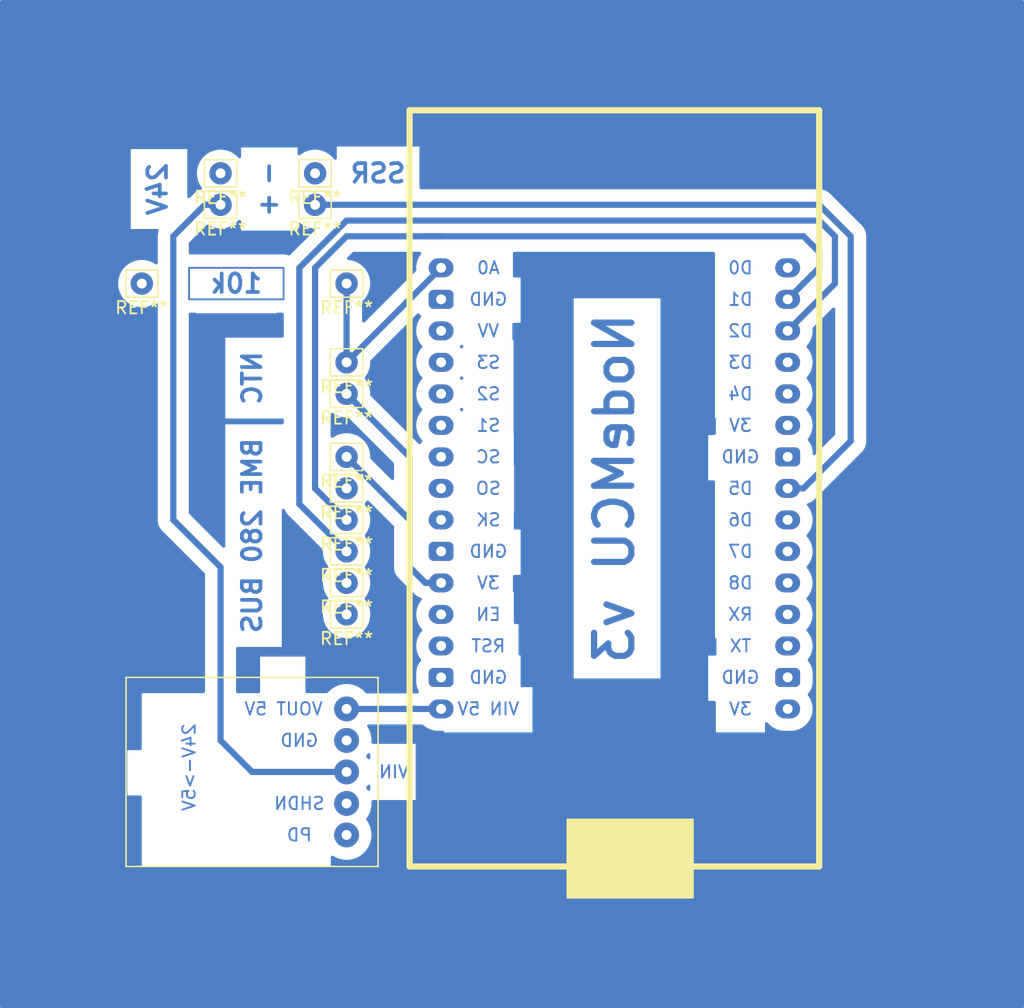
<source format=kicad_pcb>
(kicad_pcb (version 20171130) (host pcbnew "(5.1.10)-1")

  (general
    (thickness 1.6)
    (drawings 12)
    (tracks 36)
    (zones 0)
    (modules 16)
    (nets 1)
  )

  (page A4)
  (layers
    (0 F.Cu signal)
    (31 B.Cu signal)
    (32 B.Adhes user hide)
    (33 F.Adhes user hide)
    (34 B.Paste user hide)
    (35 F.Paste user hide)
    (36 B.SilkS user hide)
    (37 F.SilkS user hide)
    (38 B.Mask user hide)
    (39 F.Mask user hide)
    (40 Dwgs.User user hide)
    (41 Cmts.User user hide)
    (42 Eco1.User user hide)
    (43 Eco2.User user hide)
    (44 Edge.Cuts user hide)
    (45 Margin user hide)
    (46 B.CrtYd user hide)
    (47 F.CrtYd user hide)
    (48 B.Fab user hide)
    (49 F.Fab user hide)
  )

  (setup
    (last_trace_width 0.5)
    (user_trace_width 0.5)
    (trace_clearance 0.2)
    (zone_clearance 1)
    (zone_45_only no)
    (trace_min 0.2)
    (via_size 0.8)
    (via_drill 0.4)
    (via_min_size 0.4)
    (via_min_drill 0.3)
    (uvia_size 0.3)
    (uvia_drill 0.1)
    (uvias_allowed no)
    (uvia_min_size 0.2)
    (uvia_min_drill 0.1)
    (edge_width 0.05)
    (segment_width 0.2)
    (pcb_text_width 0.3)
    (pcb_text_size 1.5 1.5)
    (mod_edge_width 0.12)
    (mod_text_size 1 1)
    (mod_text_width 0.15)
    (pad_size 2 1.524)
    (pad_drill 0.8)
    (pad_to_mask_clearance 0)
    (aux_axis_origin 0 0)
    (visible_elements FFFFFF7F)
    (pcbplotparams
      (layerselection 0x00000_fffffffe)
      (usegerberextensions false)
      (usegerberattributes true)
      (usegerberadvancedattributes true)
      (creategerberjobfile true)
      (excludeedgelayer true)
      (linewidth 0.100000)
      (plotframeref false)
      (viasonmask false)
      (mode 1)
      (useauxorigin false)
      (hpglpennumber 1)
      (hpglpenspeed 20)
      (hpglpendiameter 15.000000)
      (psnegative false)
      (psa4output false)
      (plotreference true)
      (plotvalue true)
      (plotinvisibletext false)
      (padsonsilk false)
      (subtractmaskfromsilk false)
      (outputformat 5)
      (mirror false)
      (drillshape 0)
      (scaleselection 1)
      (outputdirectory "./erg"))
  )

  (net 0 "")

  (net_class Default "This is the default net class."
    (clearance 0.2)
    (trace_width 0.25)
    (via_dia 0.8)
    (via_drill 0.4)
    (uvia_dia 0.3)
    (uvia_drill 0.1)
  )

  (module Connector_Pin:Pin_D0.9mm_L10.0mm_W2.4mm_FlatFork (layer F.Cu) (tedit 617D96DB) (tstamp 617F29C2)
    (at 96.52 68.58)
    (descr "solder Pin_ with flat fork, hole diameter 0.9mm, length 10.0mm, width 2.4mm")
    (tags "solder Pin_ with flat fork")
    (fp_text reference REF** (at 0 1.95) (layer F.SilkS)
      (effects (font (size 1 1) (thickness 0.15)))
    )
    (fp_text value Pin_D0.9mm_L10.0mm_W2.4mm_FlatFork (at 0 -2.05) (layer F.Fab)
      (effects (font (size 1 1) (thickness 0.15)))
    )
    (fp_line (start 1.7 1.4) (end -1.7 1.4) (layer F.CrtYd) (width 0.05))
    (fp_line (start 1.7 1.4) (end 1.7 -1.4) (layer F.CrtYd) (width 0.05))
    (fp_line (start -1.7 -1.4) (end -1.7 1.4) (layer F.CrtYd) (width 0.05))
    (fp_line (start -1.7 -1.4) (end 1.7 -1.4) (layer F.CrtYd) (width 0.05))
    (fp_line (start 1.2 -0.25) (end -1.2 -0.25) (layer F.Fab) (width 0.12))
    (fp_line (start 1.2 0.25) (end 1.2 -0.25) (layer F.Fab) (width 0.12))
    (fp_line (start -1.2 0.25) (end 1.2 0.25) (layer F.Fab) (width 0.12))
    (fp_line (start -1.2 -0.25) (end -1.2 0.25) (layer F.Fab) (width 0.12))
    (fp_line (start 1.3 -1.1) (end -1.3 -1.1) (layer F.SilkS) (width 0.12))
    (fp_line (start 1.3 1.1) (end 1.3 -1.1) (layer F.SilkS) (width 0.12))
    (fp_line (start -1.3 1.1) (end 1.3 1.1) (layer F.SilkS) (width 0.12))
    (fp_line (start -1.3 0.6) (end -1.3 1.1) (layer F.SilkS) (width 0.12))
    (fp_line (start -1.3 -1.1) (end -1.3 0.6) (layer F.SilkS) (width 0.12))
    (fp_text user %R (at 0 1.95) (layer F.Fab)
      (effects (font (size 1 1) (thickness 0.15)))
    )
    (pad 1 thru_hole circle (at 0 0) (size 1.8 1.8) (drill 0.8) (layers *.Cu)
      (zone_connect 1) (thermal_width 1) (thermal_gap 1))
    (model ${KISYS3DMOD}/Connector_Pin.3dshapes/Pin_D0.9mm_L10.0mm_W2.4mm_FlatFork.wrl
      (at (xyz 0 0 0))
      (scale (xyz 1 1 1))
      (rotate (xyz 0 0 0))
    )
  )

  (module Connector_Pin:Pin_D0.9mm_L10.0mm_W2.4mm_FlatFork (layer F.Cu) (tedit 617D9848) (tstamp 617F299D)
    (at 96.52 66.04)
    (descr "solder Pin_ with flat fork, hole diameter 0.9mm, length 10.0mm, width 2.4mm")
    (tags "solder Pin_ with flat fork")
    (fp_text reference REF** (at 0 1.95) (layer F.SilkS)
      (effects (font (size 1 1) (thickness 0.15)))
    )
    (fp_text value Pin_D0.9mm_L10.0mm_W2.4mm_FlatFork (at 0 -2.05) (layer F.Fab)
      (effects (font (size 1 1) (thickness 0.15)))
    )
    (fp_text user %R (at 0 1.95) (layer F.Fab)
      (effects (font (size 1 1) (thickness 0.15)))
    )
    (fp_line (start -1.3 -1.1) (end -1.3 0.6) (layer F.SilkS) (width 0.12))
    (fp_line (start -1.3 0.6) (end -1.3 1.1) (layer F.SilkS) (width 0.12))
    (fp_line (start -1.3 1.1) (end 1.3 1.1) (layer F.SilkS) (width 0.12))
    (fp_line (start 1.3 1.1) (end 1.3 -1.1) (layer F.SilkS) (width 0.12))
    (fp_line (start 1.3 -1.1) (end -1.3 -1.1) (layer F.SilkS) (width 0.12))
    (fp_line (start -1.2 -0.25) (end -1.2 0.25) (layer F.Fab) (width 0.12))
    (fp_line (start -1.2 0.25) (end 1.2 0.25) (layer F.Fab) (width 0.12))
    (fp_line (start 1.2 0.25) (end 1.2 -0.25) (layer F.Fab) (width 0.12))
    (fp_line (start 1.2 -0.25) (end -1.2 -0.25) (layer F.Fab) (width 0.12))
    (fp_line (start -1.7 -1.4) (end 1.7 -1.4) (layer F.CrtYd) (width 0.05))
    (fp_line (start -1.7 -1.4) (end -1.7 1.4) (layer F.CrtYd) (width 0.05))
    (fp_line (start 1.7 1.4) (end 1.7 -1.4) (layer F.CrtYd) (width 0.05))
    (fp_line (start 1.7 1.4) (end -1.7 1.4) (layer F.CrtYd) (width 0.05))
    (pad 1 thru_hole circle (at 0 0) (size 1.8 1.8) (drill 0.8) (layers *.Cu)
      (zone_connect 1) (thermal_width 1) (thermal_gap 1))
    (model ${KISYS3DMOD}/Connector_Pin.3dshapes/Pin_D0.9mm_L10.0mm_W2.4mm_FlatFork.wrl
      (at (xyz 0 0 0))
      (scale (xyz 1 1 1))
      (rotate (xyz 0 0 0))
    )
  )

  (module Connector_Pin:Pin_D0.9mm_L10.0mm_W2.4mm_FlatFork (layer F.Cu) (tedit 617D96DB) (tstamp 617F2978)
    (at 104.14 68.58)
    (descr "solder Pin_ with flat fork, hole diameter 0.9mm, length 10.0mm, width 2.4mm")
    (tags "solder Pin_ with flat fork")
    (fp_text reference REF** (at 0 1.95) (layer F.SilkS)
      (effects (font (size 1 1) (thickness 0.15)))
    )
    (fp_text value Pin_D0.9mm_L10.0mm_W2.4mm_FlatFork (at 0 -2.05) (layer F.Fab)
      (effects (font (size 1 1) (thickness 0.15)))
    )
    (fp_text user %R (at 0 1.95) (layer F.Fab)
      (effects (font (size 1 1) (thickness 0.15)))
    )
    (fp_line (start -1.3 -1.1) (end -1.3 0.6) (layer F.SilkS) (width 0.12))
    (fp_line (start -1.3 0.6) (end -1.3 1.1) (layer F.SilkS) (width 0.12))
    (fp_line (start -1.3 1.1) (end 1.3 1.1) (layer F.SilkS) (width 0.12))
    (fp_line (start 1.3 1.1) (end 1.3 -1.1) (layer F.SilkS) (width 0.12))
    (fp_line (start 1.3 -1.1) (end -1.3 -1.1) (layer F.SilkS) (width 0.12))
    (fp_line (start -1.2 -0.25) (end -1.2 0.25) (layer F.Fab) (width 0.12))
    (fp_line (start -1.2 0.25) (end 1.2 0.25) (layer F.Fab) (width 0.12))
    (fp_line (start 1.2 0.25) (end 1.2 -0.25) (layer F.Fab) (width 0.12))
    (fp_line (start 1.2 -0.25) (end -1.2 -0.25) (layer F.Fab) (width 0.12))
    (fp_line (start -1.7 -1.4) (end 1.7 -1.4) (layer F.CrtYd) (width 0.05))
    (fp_line (start -1.7 -1.4) (end -1.7 1.4) (layer F.CrtYd) (width 0.05))
    (fp_line (start 1.7 1.4) (end 1.7 -1.4) (layer F.CrtYd) (width 0.05))
    (fp_line (start 1.7 1.4) (end -1.7 1.4) (layer F.CrtYd) (width 0.05))
    (pad 1 thru_hole circle (at 0 0) (size 1.8 1.8) (drill 0.8) (layers *.Cu)
      (zone_connect 1) (thermal_width 1) (thermal_gap 1))
    (model ${KISYS3DMOD}/Connector_Pin.3dshapes/Pin_D0.9mm_L10.0mm_W2.4mm_FlatFork.wrl
      (at (xyz 0 0 0))
      (scale (xyz 1 1 1))
      (rotate (xyz 0 0 0))
    )
  )

  (module Connector_Pin:Pin_D0.9mm_L10.0mm_W2.4mm_FlatFork (layer F.Cu) (tedit 617D96DB) (tstamp 617F2952)
    (at 104.14 66.04)
    (descr "solder Pin_ with flat fork, hole diameter 0.9mm, length 10.0mm, width 2.4mm")
    (tags "solder Pin_ with flat fork")
    (fp_text reference REF** (at 0 1.95) (layer F.SilkS)
      (effects (font (size 1 1) (thickness 0.15)))
    )
    (fp_text value Pin_D0.9mm_L10.0mm_W2.4mm_FlatFork (at 0 -2.05) (layer F.Fab)
      (effects (font (size 1 1) (thickness 0.15)))
    )
    (fp_line (start 1.7 1.4) (end -1.7 1.4) (layer F.CrtYd) (width 0.05))
    (fp_line (start 1.7 1.4) (end 1.7 -1.4) (layer F.CrtYd) (width 0.05))
    (fp_line (start -1.7 -1.4) (end -1.7 1.4) (layer F.CrtYd) (width 0.05))
    (fp_line (start -1.7 -1.4) (end 1.7 -1.4) (layer F.CrtYd) (width 0.05))
    (fp_line (start 1.2 -0.25) (end -1.2 -0.25) (layer F.Fab) (width 0.12))
    (fp_line (start 1.2 0.25) (end 1.2 -0.25) (layer F.Fab) (width 0.12))
    (fp_line (start -1.2 0.25) (end 1.2 0.25) (layer F.Fab) (width 0.12))
    (fp_line (start -1.2 -0.25) (end -1.2 0.25) (layer F.Fab) (width 0.12))
    (fp_line (start 1.3 -1.1) (end -1.3 -1.1) (layer F.SilkS) (width 0.12))
    (fp_line (start 1.3 1.1) (end 1.3 -1.1) (layer F.SilkS) (width 0.12))
    (fp_line (start -1.3 1.1) (end 1.3 1.1) (layer F.SilkS) (width 0.12))
    (fp_line (start -1.3 0.6) (end -1.3 1.1) (layer F.SilkS) (width 0.12))
    (fp_line (start -1.3 -1.1) (end -1.3 0.6) (layer F.SilkS) (width 0.12))
    (fp_text user %R (at 0 1.95) (layer F.Fab)
      (effects (font (size 1 1) (thickness 0.15)))
    )
    (pad 1 thru_hole circle (at 0 0) (size 1.8 1.8) (drill 0.8) (layers *.Cu)
      (zone_connect 1) (thermal_width 1) (thermal_gap 1))
    (model ${KISYS3DMOD}/Connector_Pin.3dshapes/Pin_D0.9mm_L10.0mm_W2.4mm_FlatFork.wrl
      (at (xyz 0 0 0))
      (scale (xyz 1 1 1))
      (rotate (xyz 0 0 0))
    )
  )

  (module Connector_Pin:Pin_D0.9mm_L10.0mm_W2.4mm_FlatFork (layer F.Cu) (tedit 617D96DB) (tstamp 617F292C)
    (at 106.68 101.6)
    (descr "solder Pin_ with flat fork, hole diameter 0.9mm, length 10.0mm, width 2.4mm")
    (tags "solder Pin_ with flat fork")
    (fp_text reference REF** (at 0 1.95) (layer F.SilkS)
      (effects (font (size 1 1) (thickness 0.15)))
    )
    (fp_text value Pin_D0.9mm_L10.0mm_W2.4mm_FlatFork (at 0 -2.05) (layer F.Fab)
      (effects (font (size 1 1) (thickness 0.15)))
    )
    (fp_line (start 1.7 1.4) (end -1.7 1.4) (layer F.CrtYd) (width 0.05))
    (fp_line (start 1.7 1.4) (end 1.7 -1.4) (layer F.CrtYd) (width 0.05))
    (fp_line (start -1.7 -1.4) (end -1.7 1.4) (layer F.CrtYd) (width 0.05))
    (fp_line (start -1.7 -1.4) (end 1.7 -1.4) (layer F.CrtYd) (width 0.05))
    (fp_line (start 1.2 -0.25) (end -1.2 -0.25) (layer F.Fab) (width 0.12))
    (fp_line (start 1.2 0.25) (end 1.2 -0.25) (layer F.Fab) (width 0.12))
    (fp_line (start -1.2 0.25) (end 1.2 0.25) (layer F.Fab) (width 0.12))
    (fp_line (start -1.2 -0.25) (end -1.2 0.25) (layer F.Fab) (width 0.12))
    (fp_line (start 1.3 -1.1) (end -1.3 -1.1) (layer F.SilkS) (width 0.12))
    (fp_line (start 1.3 1.1) (end 1.3 -1.1) (layer F.SilkS) (width 0.12))
    (fp_line (start -1.3 1.1) (end 1.3 1.1) (layer F.SilkS) (width 0.12))
    (fp_line (start -1.3 0.6) (end -1.3 1.1) (layer F.SilkS) (width 0.12))
    (fp_line (start -1.3 -1.1) (end -1.3 0.6) (layer F.SilkS) (width 0.12))
    (fp_text user %R (at 0 1.95) (layer F.Fab)
      (effects (font (size 1 1) (thickness 0.15)))
    )
    (pad 1 thru_hole circle (at 0 0) (size 1.8 1.8) (drill 0.8) (layers *.Cu)
      (zone_connect 1) (thermal_width 1) (thermal_gap 1))
    (model ${KISYS3DMOD}/Connector_Pin.3dshapes/Pin_D0.9mm_L10.0mm_W2.4mm_FlatFork.wrl
      (at (xyz 0 0 0))
      (scale (xyz 1 1 1))
      (rotate (xyz 0 0 0))
    )
  )

  (module Connector_Pin:Pin_D0.9mm_L10.0mm_W2.4mm_FlatFork (layer F.Cu) (tedit 617D96DB) (tstamp 617F2908)
    (at 106.68 99.06)
    (descr "solder Pin_ with flat fork, hole diameter 0.9mm, length 10.0mm, width 2.4mm")
    (tags "solder Pin_ with flat fork")
    (fp_text reference REF** (at 0 1.95) (layer F.SilkS)
      (effects (font (size 1 1) (thickness 0.15)))
    )
    (fp_text value Pin_D0.9mm_L10.0mm_W2.4mm_FlatFork (at 0 -2.05) (layer F.Fab)
      (effects (font (size 1 1) (thickness 0.15)))
    )
    (fp_text user %R (at 0 1.95) (layer F.Fab)
      (effects (font (size 1 1) (thickness 0.15)))
    )
    (fp_line (start -1.3 -1.1) (end -1.3 0.6) (layer F.SilkS) (width 0.12))
    (fp_line (start -1.3 0.6) (end -1.3 1.1) (layer F.SilkS) (width 0.12))
    (fp_line (start -1.3 1.1) (end 1.3 1.1) (layer F.SilkS) (width 0.12))
    (fp_line (start 1.3 1.1) (end 1.3 -1.1) (layer F.SilkS) (width 0.12))
    (fp_line (start 1.3 -1.1) (end -1.3 -1.1) (layer F.SilkS) (width 0.12))
    (fp_line (start -1.2 -0.25) (end -1.2 0.25) (layer F.Fab) (width 0.12))
    (fp_line (start -1.2 0.25) (end 1.2 0.25) (layer F.Fab) (width 0.12))
    (fp_line (start 1.2 0.25) (end 1.2 -0.25) (layer F.Fab) (width 0.12))
    (fp_line (start 1.2 -0.25) (end -1.2 -0.25) (layer F.Fab) (width 0.12))
    (fp_line (start -1.7 -1.4) (end 1.7 -1.4) (layer F.CrtYd) (width 0.05))
    (fp_line (start -1.7 -1.4) (end -1.7 1.4) (layer F.CrtYd) (width 0.05))
    (fp_line (start 1.7 1.4) (end 1.7 -1.4) (layer F.CrtYd) (width 0.05))
    (fp_line (start 1.7 1.4) (end -1.7 1.4) (layer F.CrtYd) (width 0.05))
    (pad 1 thru_hole circle (at 0 0) (size 1.8 1.8) (drill 0.8) (layers *.Cu)
      (zone_connect 1) (thermal_width 1) (thermal_gap 1))
    (model ${KISYS3DMOD}/Connector_Pin.3dshapes/Pin_D0.9mm_L10.0mm_W2.4mm_FlatFork.wrl
      (at (xyz 0 0 0))
      (scale (xyz 1 1 1))
      (rotate (xyz 0 0 0))
    )
  )

  (module Connector_Pin:Pin_D0.9mm_L10.0mm_W2.4mm_FlatFork (layer F.Cu) (tedit 617D96DB) (tstamp 617F28E4)
    (at 106.68 96.52)
    (descr "solder Pin_ with flat fork, hole diameter 0.9mm, length 10.0mm, width 2.4mm")
    (tags "solder Pin_ with flat fork")
    (fp_text reference REF** (at 0 1.95) (layer F.SilkS)
      (effects (font (size 1 1) (thickness 0.15)))
    )
    (fp_text value Pin_D0.9mm_L10.0mm_W2.4mm_FlatFork (at 0 -2.05) (layer F.Fab)
      (effects (font (size 1 1) (thickness 0.15)))
    )
    (fp_line (start 1.7 1.4) (end -1.7 1.4) (layer F.CrtYd) (width 0.05))
    (fp_line (start 1.7 1.4) (end 1.7 -1.4) (layer F.CrtYd) (width 0.05))
    (fp_line (start -1.7 -1.4) (end -1.7 1.4) (layer F.CrtYd) (width 0.05))
    (fp_line (start -1.7 -1.4) (end 1.7 -1.4) (layer F.CrtYd) (width 0.05))
    (fp_line (start 1.2 -0.25) (end -1.2 -0.25) (layer F.Fab) (width 0.12))
    (fp_line (start 1.2 0.25) (end 1.2 -0.25) (layer F.Fab) (width 0.12))
    (fp_line (start -1.2 0.25) (end 1.2 0.25) (layer F.Fab) (width 0.12))
    (fp_line (start -1.2 -0.25) (end -1.2 0.25) (layer F.Fab) (width 0.12))
    (fp_line (start 1.3 -1.1) (end -1.3 -1.1) (layer F.SilkS) (width 0.12))
    (fp_line (start 1.3 1.1) (end 1.3 -1.1) (layer F.SilkS) (width 0.12))
    (fp_line (start -1.3 1.1) (end 1.3 1.1) (layer F.SilkS) (width 0.12))
    (fp_line (start -1.3 0.6) (end -1.3 1.1) (layer F.SilkS) (width 0.12))
    (fp_line (start -1.3 -1.1) (end -1.3 0.6) (layer F.SilkS) (width 0.12))
    (fp_text user %R (at 0 1.95) (layer F.Fab)
      (effects (font (size 1 1) (thickness 0.15)))
    )
    (pad 1 thru_hole circle (at 0 0) (size 1.8 1.8) (drill 0.8) (layers *.Cu)
      (zone_connect 1) (thermal_width 1) (thermal_gap 1))
    (model ${KISYS3DMOD}/Connector_Pin.3dshapes/Pin_D0.9mm_L10.0mm_W2.4mm_FlatFork.wrl
      (at (xyz 0 0 0))
      (scale (xyz 1 1 1))
      (rotate (xyz 0 0 0))
    )
  )

  (module Connector_Pin:Pin_D0.9mm_L10.0mm_W2.4mm_FlatFork (layer F.Cu) (tedit 617D96DB) (tstamp 617F28C0)
    (at 106.68 93.98)
    (descr "solder Pin_ with flat fork, hole diameter 0.9mm, length 10.0mm, width 2.4mm")
    (tags "solder Pin_ with flat fork")
    (fp_text reference REF** (at 0 1.95) (layer F.SilkS)
      (effects (font (size 1 1) (thickness 0.15)))
    )
    (fp_text value Pin_D0.9mm_L10.0mm_W2.4mm_FlatFork (at 0 -2.05) (layer F.Fab)
      (effects (font (size 1 1) (thickness 0.15)))
    )
    (fp_text user %R (at 0 1.95) (layer F.Fab)
      (effects (font (size 1 1) (thickness 0.15)))
    )
    (fp_line (start -1.3 -1.1) (end -1.3 0.6) (layer F.SilkS) (width 0.12))
    (fp_line (start -1.3 0.6) (end -1.3 1.1) (layer F.SilkS) (width 0.12))
    (fp_line (start -1.3 1.1) (end 1.3 1.1) (layer F.SilkS) (width 0.12))
    (fp_line (start 1.3 1.1) (end 1.3 -1.1) (layer F.SilkS) (width 0.12))
    (fp_line (start 1.3 -1.1) (end -1.3 -1.1) (layer F.SilkS) (width 0.12))
    (fp_line (start -1.2 -0.25) (end -1.2 0.25) (layer F.Fab) (width 0.12))
    (fp_line (start -1.2 0.25) (end 1.2 0.25) (layer F.Fab) (width 0.12))
    (fp_line (start 1.2 0.25) (end 1.2 -0.25) (layer F.Fab) (width 0.12))
    (fp_line (start 1.2 -0.25) (end -1.2 -0.25) (layer F.Fab) (width 0.12))
    (fp_line (start -1.7 -1.4) (end 1.7 -1.4) (layer F.CrtYd) (width 0.05))
    (fp_line (start -1.7 -1.4) (end -1.7 1.4) (layer F.CrtYd) (width 0.05))
    (fp_line (start 1.7 1.4) (end 1.7 -1.4) (layer F.CrtYd) (width 0.05))
    (fp_line (start 1.7 1.4) (end -1.7 1.4) (layer F.CrtYd) (width 0.05))
    (pad 1 thru_hole circle (at 0 0) (size 1.8 1.8) (drill 0.8) (layers *.Cu)
      (zone_connect 1) (thermal_width 1) (thermal_gap 1))
    (model ${KISYS3DMOD}/Connector_Pin.3dshapes/Pin_D0.9mm_L10.0mm_W2.4mm_FlatFork.wrl
      (at (xyz 0 0 0))
      (scale (xyz 1 1 1))
      (rotate (xyz 0 0 0))
    )
  )

  (module Connector_Pin:Pin_D0.9mm_L10.0mm_W2.4mm_FlatFork (layer F.Cu) (tedit 617D96DB) (tstamp 617F289C)
    (at 106.68 91.44)
    (descr "solder Pin_ with flat fork, hole diameter 0.9mm, length 10.0mm, width 2.4mm")
    (tags "solder Pin_ with flat fork")
    (fp_text reference REF** (at 0 1.95) (layer F.SilkS)
      (effects (font (size 1 1) (thickness 0.15)))
    )
    (fp_text value Pin_D0.9mm_L10.0mm_W2.4mm_FlatFork (at 0 -2.05) (layer F.Fab)
      (effects (font (size 1 1) (thickness 0.15)))
    )
    (fp_line (start 1.7 1.4) (end -1.7 1.4) (layer F.CrtYd) (width 0.05))
    (fp_line (start 1.7 1.4) (end 1.7 -1.4) (layer F.CrtYd) (width 0.05))
    (fp_line (start -1.7 -1.4) (end -1.7 1.4) (layer F.CrtYd) (width 0.05))
    (fp_line (start -1.7 -1.4) (end 1.7 -1.4) (layer F.CrtYd) (width 0.05))
    (fp_line (start 1.2 -0.25) (end -1.2 -0.25) (layer F.Fab) (width 0.12))
    (fp_line (start 1.2 0.25) (end 1.2 -0.25) (layer F.Fab) (width 0.12))
    (fp_line (start -1.2 0.25) (end 1.2 0.25) (layer F.Fab) (width 0.12))
    (fp_line (start -1.2 -0.25) (end -1.2 0.25) (layer F.Fab) (width 0.12))
    (fp_line (start 1.3 -1.1) (end -1.3 -1.1) (layer F.SilkS) (width 0.12))
    (fp_line (start 1.3 1.1) (end 1.3 -1.1) (layer F.SilkS) (width 0.12))
    (fp_line (start -1.3 1.1) (end 1.3 1.1) (layer F.SilkS) (width 0.12))
    (fp_line (start -1.3 0.6) (end -1.3 1.1) (layer F.SilkS) (width 0.12))
    (fp_line (start -1.3 -1.1) (end -1.3 0.6) (layer F.SilkS) (width 0.12))
    (fp_text user %R (at 0 1.95) (layer F.Fab)
      (effects (font (size 1 1) (thickness 0.15)))
    )
    (pad 1 thru_hole circle (at 0 0) (size 1.8 1.8) (drill 0.8) (layers *.Cu)
      (zone_connect 1) (thermal_width 1) (thermal_gap 1))
    (model ${KISYS3DMOD}/Connector_Pin.3dshapes/Pin_D0.9mm_L10.0mm_W2.4mm_FlatFork.wrl
      (at (xyz 0 0 0))
      (scale (xyz 1 1 1))
      (rotate (xyz 0 0 0))
    )
  )

  (module Connector_Pin:Pin_D0.9mm_L10.0mm_W2.4mm_FlatFork (layer F.Cu) (tedit 617D96DB) (tstamp 617F2878)
    (at 106.68 88.9)
    (descr "solder Pin_ with flat fork, hole diameter 0.9mm, length 10.0mm, width 2.4mm")
    (tags "solder Pin_ with flat fork")
    (fp_text reference REF** (at 0 1.95) (layer F.SilkS)
      (effects (font (size 1 1) (thickness 0.15)))
    )
    (fp_text value Pin_D0.9mm_L10.0mm_W2.4mm_FlatFork (at 0 -2.05) (layer F.Fab)
      (effects (font (size 1 1) (thickness 0.15)))
    )
    (fp_text user %R (at 0 1.95) (layer F.Fab)
      (effects (font (size 1 1) (thickness 0.15)))
    )
    (fp_line (start -1.3 -1.1) (end -1.3 0.6) (layer F.SilkS) (width 0.12))
    (fp_line (start -1.3 0.6) (end -1.3 1.1) (layer F.SilkS) (width 0.12))
    (fp_line (start -1.3 1.1) (end 1.3 1.1) (layer F.SilkS) (width 0.12))
    (fp_line (start 1.3 1.1) (end 1.3 -1.1) (layer F.SilkS) (width 0.12))
    (fp_line (start 1.3 -1.1) (end -1.3 -1.1) (layer F.SilkS) (width 0.12))
    (fp_line (start -1.2 -0.25) (end -1.2 0.25) (layer F.Fab) (width 0.12))
    (fp_line (start -1.2 0.25) (end 1.2 0.25) (layer F.Fab) (width 0.12))
    (fp_line (start 1.2 0.25) (end 1.2 -0.25) (layer F.Fab) (width 0.12))
    (fp_line (start 1.2 -0.25) (end -1.2 -0.25) (layer F.Fab) (width 0.12))
    (fp_line (start -1.7 -1.4) (end 1.7 -1.4) (layer F.CrtYd) (width 0.05))
    (fp_line (start -1.7 -1.4) (end -1.7 1.4) (layer F.CrtYd) (width 0.05))
    (fp_line (start 1.7 1.4) (end 1.7 -1.4) (layer F.CrtYd) (width 0.05))
    (fp_line (start 1.7 1.4) (end -1.7 1.4) (layer F.CrtYd) (width 0.05))
    (pad 1 thru_hole circle (at 0 0) (size 1.8 1.8) (drill 0.8) (layers *.Cu)
      (zone_connect 1) (thermal_width 1) (thermal_gap 1))
    (model ${KISYS3DMOD}/Connector_Pin.3dshapes/Pin_D0.9mm_L10.0mm_W2.4mm_FlatFork.wrl
      (at (xyz 0 0 0))
      (scale (xyz 1 1 1))
      (rotate (xyz 0 0 0))
    )
  )

  (module Connector_Pin:Pin_D0.9mm_L10.0mm_W2.4mm_FlatFork (layer F.Cu) (tedit 617D96DB) (tstamp 617F284D)
    (at 106.68 83.82)
    (descr "solder Pin_ with flat fork, hole diameter 0.9mm, length 10.0mm, width 2.4mm")
    (tags "solder Pin_ with flat fork")
    (fp_text reference REF** (at 0 1.95) (layer F.SilkS)
      (effects (font (size 1 1) (thickness 0.15)))
    )
    (fp_text value Pin_D0.9mm_L10.0mm_W2.4mm_FlatFork (at 0 -2.05) (layer F.Fab)
      (effects (font (size 1 1) (thickness 0.15)))
    )
    (fp_line (start 1.7 1.4) (end -1.7 1.4) (layer F.CrtYd) (width 0.05))
    (fp_line (start 1.7 1.4) (end 1.7 -1.4) (layer F.CrtYd) (width 0.05))
    (fp_line (start -1.7 -1.4) (end -1.7 1.4) (layer F.CrtYd) (width 0.05))
    (fp_line (start -1.7 -1.4) (end 1.7 -1.4) (layer F.CrtYd) (width 0.05))
    (fp_line (start 1.2 -0.25) (end -1.2 -0.25) (layer F.Fab) (width 0.12))
    (fp_line (start 1.2 0.25) (end 1.2 -0.25) (layer F.Fab) (width 0.12))
    (fp_line (start -1.2 0.25) (end 1.2 0.25) (layer F.Fab) (width 0.12))
    (fp_line (start -1.2 -0.25) (end -1.2 0.25) (layer F.Fab) (width 0.12))
    (fp_line (start 1.3 -1.1) (end -1.3 -1.1) (layer F.SilkS) (width 0.12))
    (fp_line (start 1.3 1.1) (end 1.3 -1.1) (layer F.SilkS) (width 0.12))
    (fp_line (start -1.3 1.1) (end 1.3 1.1) (layer F.SilkS) (width 0.12))
    (fp_line (start -1.3 0.6) (end -1.3 1.1) (layer F.SilkS) (width 0.12))
    (fp_line (start -1.3 -1.1) (end -1.3 0.6) (layer F.SilkS) (width 0.12))
    (fp_text user %R (at 0 1.95) (layer F.Fab)
      (effects (font (size 1 1) (thickness 0.15)))
    )
    (pad 1 thru_hole circle (at 0 0) (size 1.8 1.8) (drill 0.8) (layers *.Cu)
      (zone_connect 1) (thermal_width 1) (thermal_gap 1))
    (model ${KISYS3DMOD}/Connector_Pin.3dshapes/Pin_D0.9mm_L10.0mm_W2.4mm_FlatFork.wrl
      (at (xyz 0 0 0))
      (scale (xyz 1 1 1))
      (rotate (xyz 0 0 0))
    )
  )

  (module Connector_Pin:Pin_D0.9mm_L10.0mm_W2.4mm_FlatFork (layer F.Cu) (tedit 617D96DB) (tstamp 617F2829)
    (at 106.68 81.28)
    (descr "solder Pin_ with flat fork, hole diameter 0.9mm, length 10.0mm, width 2.4mm")
    (tags "solder Pin_ with flat fork")
    (fp_text reference REF** (at 0 1.95) (layer F.SilkS)
      (effects (font (size 1 1) (thickness 0.15)))
    )
    (fp_text value Pin_D0.9mm_L10.0mm_W2.4mm_FlatFork (at 0 -2.05) (layer F.Fab)
      (effects (font (size 1 1) (thickness 0.15)))
    )
    (fp_text user %R (at 0 1.95) (layer F.Fab)
      (effects (font (size 1 1) (thickness 0.15)))
    )
    (fp_line (start -1.3 -1.1) (end -1.3 0.6) (layer F.SilkS) (width 0.12))
    (fp_line (start -1.3 0.6) (end -1.3 1.1) (layer F.SilkS) (width 0.12))
    (fp_line (start -1.3 1.1) (end 1.3 1.1) (layer F.SilkS) (width 0.12))
    (fp_line (start 1.3 1.1) (end 1.3 -1.1) (layer F.SilkS) (width 0.12))
    (fp_line (start 1.3 -1.1) (end -1.3 -1.1) (layer F.SilkS) (width 0.12))
    (fp_line (start -1.2 -0.25) (end -1.2 0.25) (layer F.Fab) (width 0.12))
    (fp_line (start -1.2 0.25) (end 1.2 0.25) (layer F.Fab) (width 0.12))
    (fp_line (start 1.2 0.25) (end 1.2 -0.25) (layer F.Fab) (width 0.12))
    (fp_line (start 1.2 -0.25) (end -1.2 -0.25) (layer F.Fab) (width 0.12))
    (fp_line (start -1.7 -1.4) (end 1.7 -1.4) (layer F.CrtYd) (width 0.05))
    (fp_line (start -1.7 -1.4) (end -1.7 1.4) (layer F.CrtYd) (width 0.05))
    (fp_line (start 1.7 1.4) (end 1.7 -1.4) (layer F.CrtYd) (width 0.05))
    (fp_line (start 1.7 1.4) (end -1.7 1.4) (layer F.CrtYd) (width 0.05))
    (pad 1 thru_hole circle (at 0 0) (size 1.8 1.8) (drill 0.8) (layers *.Cu)
      (zone_connect 1) (thermal_width 1) (thermal_gap 1))
    (model ${KISYS3DMOD}/Connector_Pin.3dshapes/Pin_D0.9mm_L10.0mm_W2.4mm_FlatFork.wrl
      (at (xyz 0 0 0))
      (scale (xyz 1 1 1))
      (rotate (xyz 0 0 0))
    )
  )

  (module Connector_Pin:Pin_D0.9mm_L10.0mm_W2.4mm_FlatFork (layer F.Cu) (tedit 617D96DB) (tstamp 617F2805)
    (at 106.68 74.93)
    (descr "solder Pin_ with flat fork, hole diameter 0.9mm, length 10.0mm, width 2.4mm")
    (tags "solder Pin_ with flat fork")
    (fp_text reference REF** (at 0 1.95) (layer F.SilkS)
      (effects (font (size 1 1) (thickness 0.15)))
    )
    (fp_text value Pin_D0.9mm_L10.0mm_W2.4mm_FlatFork (at 0 -2.05) (layer F.Fab)
      (effects (font (size 1 1) (thickness 0.15)))
    )
    (fp_line (start 1.7 1.4) (end -1.7 1.4) (layer F.CrtYd) (width 0.05))
    (fp_line (start 1.7 1.4) (end 1.7 -1.4) (layer F.CrtYd) (width 0.05))
    (fp_line (start -1.7 -1.4) (end -1.7 1.4) (layer F.CrtYd) (width 0.05))
    (fp_line (start -1.7 -1.4) (end 1.7 -1.4) (layer F.CrtYd) (width 0.05))
    (fp_line (start 1.2 -0.25) (end -1.2 -0.25) (layer F.Fab) (width 0.12))
    (fp_line (start 1.2 0.25) (end 1.2 -0.25) (layer F.Fab) (width 0.12))
    (fp_line (start -1.2 0.25) (end 1.2 0.25) (layer F.Fab) (width 0.12))
    (fp_line (start -1.2 -0.25) (end -1.2 0.25) (layer F.Fab) (width 0.12))
    (fp_line (start 1.3 -1.1) (end -1.3 -1.1) (layer F.SilkS) (width 0.12))
    (fp_line (start 1.3 1.1) (end 1.3 -1.1) (layer F.SilkS) (width 0.12))
    (fp_line (start -1.3 1.1) (end 1.3 1.1) (layer F.SilkS) (width 0.12))
    (fp_line (start -1.3 0.6) (end -1.3 1.1) (layer F.SilkS) (width 0.12))
    (fp_line (start -1.3 -1.1) (end -1.3 0.6) (layer F.SilkS) (width 0.12))
    (fp_text user %R (at 0 1.95) (layer F.Fab)
      (effects (font (size 1 1) (thickness 0.15)))
    )
    (pad 1 thru_hole circle (at 0 0) (size 1.8 1.8) (drill 0.8) (layers *.Cu)
      (zone_connect 1) (thermal_width 1) (thermal_gap 1))
    (model ${KISYS3DMOD}/Connector_Pin.3dshapes/Pin_D0.9mm_L10.0mm_W2.4mm_FlatFork.wrl
      (at (xyz 0 0 0))
      (scale (xyz 1 1 1))
      (rotate (xyz 0 0 0))
    )
  )

  (module Connector_Pin:Pin_D0.9mm_L10.0mm_W2.4mm_FlatFork (layer F.Cu) (tedit 617D96DB) (tstamp 617F27B2)
    (at 90.17 74.93)
    (descr "solder Pin_ with flat fork, hole diameter 0.9mm, length 10.0mm, width 2.4mm")
    (tags "solder Pin_ with flat fork")
    (fp_text reference REF** (at 0 1.95) (layer F.SilkS)
      (effects (font (size 1 1) (thickness 0.15)))
    )
    (fp_text value Pin_D0.9mm_L10.0mm_W2.4mm_FlatFork (at 0 -2.05) (layer F.Fab)
      (effects (font (size 1 1) (thickness 0.15)))
    )
    (fp_text user %R (at 0 1.95) (layer F.Fab)
      (effects (font (size 1 1) (thickness 0.15)))
    )
    (fp_line (start -1.3 -1.1) (end -1.3 0.6) (layer F.SilkS) (width 0.12))
    (fp_line (start -1.3 0.6) (end -1.3 1.1) (layer F.SilkS) (width 0.12))
    (fp_line (start -1.3 1.1) (end 1.3 1.1) (layer F.SilkS) (width 0.12))
    (fp_line (start 1.3 1.1) (end 1.3 -1.1) (layer F.SilkS) (width 0.12))
    (fp_line (start 1.3 -1.1) (end -1.3 -1.1) (layer F.SilkS) (width 0.12))
    (fp_line (start -1.2 -0.25) (end -1.2 0.25) (layer F.Fab) (width 0.12))
    (fp_line (start -1.2 0.25) (end 1.2 0.25) (layer F.Fab) (width 0.12))
    (fp_line (start 1.2 0.25) (end 1.2 -0.25) (layer F.Fab) (width 0.12))
    (fp_line (start 1.2 -0.25) (end -1.2 -0.25) (layer F.Fab) (width 0.12))
    (fp_line (start -1.7 -1.4) (end 1.7 -1.4) (layer F.CrtYd) (width 0.05))
    (fp_line (start -1.7 -1.4) (end -1.7 1.4) (layer F.CrtYd) (width 0.05))
    (fp_line (start 1.7 1.4) (end 1.7 -1.4) (layer F.CrtYd) (width 0.05))
    (fp_line (start 1.7 1.4) (end -1.7 1.4) (layer F.CrtYd) (width 0.05))
    (pad 1 thru_hole circle (at 0 0) (size 1.8 1.8) (drill 0.8) (layers *.Cu)
      (zone_connect 1) (thermal_width 1) (thermal_gap 1))
    (model ${KISYS3DMOD}/Connector_Pin.3dshapes/Pin_D0.9mm_L10.0mm_W2.4mm_FlatFork.wrl
      (at (xyz 0 0 0))
      (scale (xyz 1 1 1))
      (rotate (xyz 0 0 0))
    )
  )

  (module Converter_DCDC:yautay-5V-stepdown (layer F.Cu) (tedit 617D8BF4) (tstamp 617ED5CE)
    (at 111.76 106.68 90)
    (fp_text reference REF** (at 0 0.5 90) (layer F.SilkS) hide
      (effects (font (size 1 1) (thickness 0.15)))
    )
    (fp_text value yautay-5V-stepdown (at 0 -0.5 90) (layer F.Fab) hide
      (effects (font (size 1 1) (thickness 0.15)))
    )
    (fp_text user "24V->5V " (at -7.62 -17.78 90) (layer B.Cu)
      (effects (font (size 1 1) (thickness 0.15)) (justify mirror))
    )
    (fp_text user "VOUT 5V" (at -2.54 -10.16) (layer B.Cu)
      (effects (font (size 1 1) (thickness 0.15)) (justify mirror))
    )
    (fp_text user GND (at -5.08 -8.89) (layer B.Cu)
      (effects (font (size 1 1) (thickness 0.15)) (justify mirror))
    )
    (fp_text user VIN (at -7.62 -1.27) (layer B.Cu)
      (effects (font (size 1 1) (thickness 0.15)) (justify mirror))
    )
    (fp_text user SHDN (at -10.16 -8.89) (layer B.Cu)
      (effects (font (size 1 1) (thickness 0.15)) (justify mirror))
    )
    (fp_text user PD (at -12.7 -8.89) (layer B.Cu)
      (effects (font (size 1 1) (thickness 0.15)) (justify mirror))
    )
    (fp_line (start -15.24 -2.54) (end 0 -2.54) (layer F.SilkS) (width 0.12))
    (fp_line (start 0 -2.54) (end 0 -22.86) (layer F.SilkS) (width 0.12))
    (fp_line (start 0 -22.86) (end -15.24 -22.86) (layer F.SilkS) (width 0.12))
    (fp_line (start -15.24 -22.86) (end -15.24 -2.54) (layer F.SilkS) (width 0.12))
    (pad VOUT thru_hole circle (at -2.54 -5.08 90) (size 2 2) (drill 0.8) (layers *.Cu *.Mask))
    (pad G thru_hole circle (at -5.08 -5.08 90) (size 2 2) (drill 0.8) (layers *.Cu *.Mask))
    (pad VIN thru_hole circle (at -7.62 -5.08 90) (size 2 2) (drill 0.8) (layers *.Cu *.Mask))
    (pad SHDN thru_hole circle (at -10.16 -5.08 90) (size 2 2) (drill 0.8) (layers *.Cu *.Mask))
    (pad PG thru_hole circle (at -12.7 -5.08 90) (size 2 2) (drill 0.8) (layers *.Cu *.Mask))
  )

  (module Module:nodeMCUv3 (layer F.Cu) (tedit 617D9AFF) (tstamp 617ED0F5)
    (at 129.54 83.82)
    (fp_text reference REF** (at -2.54 -7.62) (layer F.SilkS) hide
      (effects (font (size 1 1) (thickness 0.15)))
    )
    (fp_text value nodeMCUv3 (at 0 -5.08) (layer F.Fab)
      (effects (font (size 1 1) (thickness 0.15)))
    )
    (fp_text user "NodeMCU v3" (at -1.27 7.62 90) (layer B.Cu)
      (effects (font (size 3 3) (thickness 0.5)) (justify mirror))
    )
    (fp_text user 3V (at 8.89 25.4) (layer B.Cu)
      (effects (font (size 1 1) (thickness 0.15)) (justify mirror))
    )
    (fp_text user GND (at 8.89 22.86) (layer B.Cu)
      (effects (font (size 1 1) (thickness 0.15)) (justify mirror))
    )
    (fp_text user TX (at 8.89 20.32) (layer B.Cu)
      (effects (font (size 1 1) (thickness 0.15)) (justify mirror))
    )
    (fp_text user RX (at 8.89 17.78) (layer B.Cu)
      (effects (font (size 1 1) (thickness 0.15)) (justify mirror))
    )
    (fp_text user D6 (at 8.89 10.16) (layer B.Cu)
      (effects (font (size 1 1) (thickness 0.15)) (justify mirror))
    )
    (fp_text user GND (at 8.89 5.08) (layer B.Cu)
      (effects (font (size 1 1) (thickness 0.15)) (justify mirror))
    )
    (fp_text user D7 (at 8.89 12.7) (layer B.Cu)
      (effects (font (size 1 1) (thickness 0.15)) (justify mirror))
    )
    (fp_text user D8 (at 8.89 15.24) (layer B.Cu)
      (effects (font (size 1 1) (thickness 0.15)) (justify mirror))
    )
    (fp_text user D5 (at 8.89 7.62) (layer B.Cu)
      (effects (font (size 1 1) (thickness 0.15)) (justify mirror))
    )
    (fp_text user D3 (at 8.89 -2.54) (layer B.Cu)
      (effects (font (size 1 1) (thickness 0.15)) (justify mirror))
    )
    (fp_text user 3V (at 8.89 2.54) (layer B.Cu)
      (effects (font (size 1 1) (thickness 0.15)) (justify mirror))
    )
    (fp_text user D4 (at 8.89 0) (layer B.Cu)
      (effects (font (size 1 1) (thickness 0.15)) (justify mirror))
    )
    (fp_text user D2 (at 8.89 -5.08) (layer B.Cu)
      (effects (font (size 1 1) (thickness 0.15)) (justify mirror))
    )
    (fp_text user D1 (at 8.89 -7.62) (layer B.Cu)
      (effects (font (size 1 1) (thickness 0.15)) (justify mirror))
    )
    (fp_text user D0 (at 8.89 -10.16) (layer B.Cu)
      (effects (font (size 1 1) (thickness 0.15)) (justify mirror))
    )
    (fp_text user "VIN 5V" (at -11.43 25.4) (layer B.Cu)
      (effects (font (size 1 1) (thickness 0.15)) (justify mirror))
    )
    (fp_text user RST (at -11.43 20.32) (layer B.Cu)
      (effects (font (size 1 1) (thickness 0.15)) (justify mirror))
    )
    (fp_text user GND (at -11.43 22.86) (layer B.Cu)
      (effects (font (size 1 1) (thickness 0.15)) (justify mirror))
    )
    (fp_text user GND (at -11.43 12.7) (layer B.Cu)
      (effects (font (size 1 1) (thickness 0.15)) (justify mirror))
    )
    (fp_text user EN (at -11.43 17.78) (layer B.Cu)
      (effects (font (size 1 1) (thickness 0.15)) (justify mirror))
    )
    (fp_text user 3V (at -11.43 15.24) (layer B.Cu)
      (effects (font (size 1 1) (thickness 0.15)) (justify mirror))
    )
    (fp_text user SK (at -11.43 10.16) (layer B.Cu)
      (effects (font (size 1 1) (thickness 0.15)) (justify mirror))
    )
    (fp_text user SO (at -11.43 7.62) (layer B.Cu)
      (effects (font (size 1 1) (thickness 0.15)) (justify mirror))
    )
    (fp_text user SC (at -11.43 5.08) (layer B.Cu)
      (effects (font (size 1 1) (thickness 0.15)) (justify mirror))
    )
    (fp_text user S1 (at -11.43 2.54) (layer B.Cu)
      (effects (font (size 1 1) (thickness 0.15)) (justify mirror))
    )
    (fp_text user S2 (at -11.43 0) (layer B.Cu)
      (effects (font (size 1 1) (thickness 0.15)) (justify mirror))
    )
    (fp_text user S3 (at -11.43 -2.54) (layer B.Cu)
      (effects (font (size 1 1) (thickness 0.15)) (justify mirror))
    )
    (fp_text user VV (at -11.43 -5.08) (layer B.Cu)
      (effects (font (size 1 1) (thickness 0.15)) (justify mirror))
    )
    (fp_text user GND (at -11.43 -7.62) (layer B.Cu)
      (effects (font (size 1 1) (thickness 0.15)) (justify mirror))
    )
    (fp_text user A0 (at -11.43 -10.16) (layer B.Cu)
      (effects (font (size 1 1) (thickness 0.15)) (justify mirror))
    )
    (fp_line (start -17.78 -22.86) (end 15.24 -22.86) (layer F.SilkS) (width 0.5))
    (fp_line (start -17.78 38.1) (end 15.24 38.1) (layer F.SilkS) (width 0.5))
    (fp_line (start -17.78 -22.86) (end -17.78 38.1) (layer F.SilkS) (width 0.5))
    (fp_line (start 15.24 38.1) (end 15.24 -22.86) (layer F.SilkS) (width 0.5))
    (fp_poly (pts (xy 5.08 40.64) (xy -5.08 40.64) (xy -5.08 34.29) (xy 5.08 34.29)) (layer F.SilkS) (width 0.1))
    (pad 3V thru_hole oval (at 12.7 25.4) (size 2 1.524) (drill 0.8) (layers *.Cu *.Mask))
    (pad G thru_hole roundrect (at 12.7 22.86) (size 2 1.524) (drill 0.8) (layers *.Cu *.Mask) (roundrect_rratio 0.25)
      (thermal_width 1) (thermal_gap 1))
    (pad TX thru_hole oval (at 12.7 20.32) (size 2 1.524) (drill 0.8) (layers *.Cu *.Mask))
    (pad RX thru_hole oval (at 12.7 17.78) (size 2 1.524) (drill 0.8) (layers *.Cu *.Mask))
    (pad D8 thru_hole oval (at 12.7 15.24) (size 2 1.524) (drill 0.8) (layers *.Cu *.Mask))
    (pad D7 thru_hole oval (at 12.7 12.7) (size 2 1.524) (drill 0.8) (layers *.Cu *.Mask))
    (pad D6 thru_hole oval (at 12.7 10.16) (size 2 1.524) (drill 0.8) (layers *.Cu *.Mask))
    (pad D5 thru_hole oval (at 12.7 7.62) (size 2 1.524) (drill 0.8) (layers *.Cu *.Mask))
    (pad G thru_hole roundrect (at 12.7 5.08) (size 2 1.524) (drill 0.8) (layers *.Cu *.Mask) (roundrect_rratio 0.25))
    (pad 3V thru_hole oval (at 12.7 2.54) (size 2 1.524) (drill 0.8) (layers *.Cu *.Mask))
    (pad D4 thru_hole oval (at 12.7 0) (size 2 1.524) (drill 0.8) (layers *.Cu *.Mask))
    (pad D3 thru_hole oval (at 12.7 -2.54) (size 2 1.524) (drill 0.8) (layers *.Cu *.Mask))
    (pad D2 thru_hole oval (at 12.7 -5.08) (size 2 1.524) (drill 0.8) (layers *.Cu *.Mask))
    (pad D1 thru_hole oval (at 12.7 -7.62) (size 2 1.524) (drill 0.8) (layers *.Cu *.Mask))
    (pad D0 thru_hole oval (at 12.7 -10.16) (size 2 1.524) (drill 0.8) (layers *.Cu *.Mask))
    (pad VIN thru_hole oval (at -15.24 25.4) (size 2 1.524) (drill 0.8) (layers *.Cu *.Mask))
    (pad G thru_hole roundrect (at -15.24 22.86) (size 2 1.524) (drill 0.8) (layers *.Cu *.Mask) (roundrect_rratio 0.25))
    (pad RST thru_hole oval (at -15.24 20.32) (size 2 1.524) (drill 0.8) (layers *.Cu *.Mask))
    (pad EN thru_hole oval (at -15.24 17.78) (size 2 1.524) (drill 0.8) (layers *.Cu *.Mask))
    (pad 3V thru_hole oval (at -15.24 15.24) (size 2 1.524) (drill 0.8) (layers *.Cu *.Mask))
    (pad G thru_hole roundrect (at -15.24 12.7) (size 2 1.524) (drill 0.8) (layers *.Cu *.Mask) (roundrect_rratio 0.25))
    (pad SK thru_hole oval (at -15.24 10.16) (size 2 1.524) (drill 0.8) (layers *.Cu *.Mask))
    (pad SO thru_hole oval (at -15.24 7.62) (size 2 1.524) (drill 0.8) (layers *.Cu *.Mask))
    (pad SC thru_hole oval (at -15.24 5.08) (size 2 1.524) (drill 0.8) (layers *.Cu *.Mask))
    (pad S1 thru_hole oval (at -15.24 2.54) (size 2 1.524) (drill 0.8) (layers *.Cu *.Mask))
    (pad S2 thru_hole oval (at -15.24 0) (size 2 1.524) (drill 0.8) (layers *.Cu *.Mask))
    (pad S3 thru_hole oval (at -15.24 -2.54) (size 2 1.524) (drill 0.8) (layers *.Cu *.Mask))
    (pad VV thru_hole oval (at -15.24 -5.08) (size 2 1.524) (drill 0.8) (layers *.Cu *.Mask))
    (pad G thru_hole roundrect (at -15.24 -7.62) (size 2 1.524) (drill 0.8) (layers *.Cu *.Mask) (roundrect_rratio 0.25))
    (pad A0 thru_hole oval (at -15.24 -10.16) (size 2 1.524) (drill 0.8) (layers *.Cu *.Mask))
  )

  (gr_text 24V (at 91.44 67.31 90) (layer B.Cu) (tstamp 617F2A26)
    (effects (font (size 1.5 1.5) (thickness 0.3)) (justify mirror))
  )
  (gr_line (start 93.98 76.2) (end 93.98 74.93) (layer B.Cu) (width 0.15) (tstamp 617EE652))
  (gr_line (start 101.6 76.2) (end 93.98 76.2) (layer B.Cu) (width 0.15))
  (gr_line (start 101.6 73.66) (end 101.6 76.2) (layer B.Cu) (width 0.15))
  (gr_line (start 93.98 73.66) (end 101.6 73.66) (layer B.Cu) (width 0.15))
  (gr_line (start 93.98 74.93) (end 93.98 73.66) (layer B.Cu) (width 0.15))
  (gr_text 10k (at 97.79 74.93) (layer B.Cu) (tstamp 617EE64A)
    (effects (font (size 1.5 1.5) (thickness 0.3)) (justify mirror))
  )
  (gr_text - (at 100.33 66.04 90) (layer B.Cu) (tstamp 617EE3DC)
    (effects (font (size 1.5 1.5) (thickness 0.3)) (justify mirror))
  )
  (gr_text + (at 100.33 68.58 90) (layer B.Cu) (tstamp 617EE3D8)
    (effects (font (size 1.5 1.5) (thickness 0.3)) (justify mirror))
  )
  (gr_text SSR (at 109.22 66.04) (layer B.Cu) (tstamp 617EE1FD)
    (effects (font (size 1.5 1.5) (thickness 0.3)) (justify mirror))
  )
  (gr_text "BME 280 BUS" (at 99.06 95.25 90) (layer B.Cu)
    (effects (font (size 1.5 1.5) (thickness 0.3)) (justify mirror))
  )
  (gr_text NTC (at 99.06 82.55 90) (layer B.Cu)
    (effects (font (size 1.5 1.5) (thickness 0.3)) (justify mirror))
  )

  (segment (start 106.68 109.22) (end 114.3 109.22) (width 0.5) (layer B.Cu) (net 0))
  (segment (start 114.3 99.06) (end 113.03 99.06) (width 0.5) (layer B.Cu) (net 0))
  (segment (start 113.03 99.06) (end 111.76 97.79) (width 0.5) (layer B.Cu) (net 0))
  (segment (start 106.68 88.9) (end 111.76 93.98) (width 0.5) (layer B.Cu) (net 0))
  (segment (start 111.76 97.79) (end 111.76 93.98) (width 0.5) (layer B.Cu) (net 0))
  (segment (start 106.68 83.82) (end 111.76 88.9) (width 0.5) (layer B.Cu) (net 0))
  (segment (start 111.76 88.9) (end 111.76 93.98) (width 0.5) (layer B.Cu) (net 0))
  (segment (start 106.68 81.28) (end 114.3 73.66) (width 0.5) (layer B.Cu) (net 0))
  (segment (start 106.68 74.93) (end 106.68 81.28) (width 0.5) (layer B.Cu) (net 0))
  (segment (start 142.24 76.2) (end 144.78 73.66) (width 0.5) (layer B.Cu) (net 0))
  (segment (start 144.78 73.66) (end 144.78 72.39) (width 0.5) (layer B.Cu) (net 0))
  (segment (start 144.78 72.39) (end 143.51 71.12) (width 0.5) (layer B.Cu) (net 0))
  (segment (start 143.51 71.12) (end 113.03 71.12) (width 0.5) (layer B.Cu) (net 0))
  (segment (start 106.68 93.98) (end 104.14 91.44) (width 0.5) (layer B.Cu) (net 0))
  (segment (start 104.14 91.44) (end 104.14 73.66) (width 0.5) (layer B.Cu) (net 0))
  (segment (start 104.14 73.66) (end 106.68 71.12) (width 0.5) (layer B.Cu) (net 0))
  (segment (start 106.68 71.12) (end 114.3 71.12) (width 0.5) (layer B.Cu) (net 0))
  (segment (start 102.87 92.71) (end 106.68 96.52) (width 0.5) (layer B.Cu) (net 0))
  (segment (start 102.87 73.66) (end 102.87 92.71) (width 0.5) (layer B.Cu) (net 0))
  (segment (start 106.68 69.85) (end 102.87 73.66) (width 0.5) (layer B.Cu) (net 0))
  (segment (start 144.78 69.85) (end 106.68 69.85) (width 0.5) (layer B.Cu) (net 0))
  (segment (start 146.05 71.12) (end 144.78 69.85) (width 0.5) (layer B.Cu) (net 0))
  (segment (start 146.05 74.93) (end 146.05 71.12) (width 0.5) (layer B.Cu) (net 0))
  (segment (start 142.24 78.74) (end 146.05 74.93) (width 0.5) (layer B.Cu) (net 0))
  (segment (start 143.51 91.44) (end 142.24 91.44) (width 0.5) (layer B.Cu) (net 0))
  (segment (start 147.32 87.63) (end 143.51 91.44) (width 0.5) (layer B.Cu) (net 0))
  (segment (start 147.32 71.12) (end 147.32 87.63) (width 0.5) (layer B.Cu) (net 0))
  (segment (start 144.78 68.58) (end 147.32 71.12) (width 0.5) (layer B.Cu) (net 0))
  (segment (start 104.14 68.58) (end 144.78 68.58) (width 0.5) (layer B.Cu) (net 0))
  (segment (start 99.06 114.3) (end 106.68 114.3) (width 0.5) (layer B.Cu) (net 0))
  (segment (start 96.52 111.76) (end 99.06 114.3) (width 0.5) (layer B.Cu) (net 0))
  (segment (start 96.52 97.79) (end 96.52 111.76) (width 0.5) (layer B.Cu) (net 0))
  (segment (start 92.71 93.98) (end 96.52 97.79) (width 0.5) (layer B.Cu) (net 0))
  (segment (start 92.71 71.12) (end 92.71 93.98) (width 0.5) (layer B.Cu) (net 0))
  (segment (start 95.25 68.58) (end 92.71 71.12) (width 0.5) (layer B.Cu) (net 0))
  (segment (start 95.25 68.58) (end 96.52 68.58) (width 0.5) (layer B.Cu) (net 0))

  (zone (net 0) (net_name "") (layer B.Cu) (tstamp 617F2E3F) (hatch full 0.508)
    (connect_pads no (clearance 1))
    (min_thickness 0.254)
    (fill yes (arc_segments 32) (thermal_gap 0.5) (thermal_bridge_width 0.5))
    (polygon
      (pts
        (xy 161.29 133.35) (xy 78.74 133.35) (xy 78.74 52.07) (xy 161.29 52.07)
      )
    )
    (polygon
      (pts
        (xy 105.41 107.95) (xy 90.17 107.95) (xy 90.17 121.92) (xy 105.41 121.92)
      )
    )
    (filled_polygon
      (pts
        (xy 161.163 133.223) (xy 78.867 133.223) (xy 78.867 74.730358) (xy 88.143 74.730358) (xy 88.143 75.129642)
        (xy 88.220896 75.521254) (xy 88.373696 75.890145) (xy 88.595526 76.222137) (xy 88.877863 76.504474) (xy 89.209855 76.726304)
        (xy 89.578746 76.879104) (xy 89.970358 76.957) (xy 90.369642 76.957) (xy 90.761254 76.879104) (xy 91.130145 76.726304)
        (xy 91.333 76.59076) (xy 91.333001 93.91235) (xy 91.326338 93.98) (xy 91.352925 94.249939) (xy 91.431663 94.509504)
        (xy 91.49901 94.6355) (xy 91.559528 94.748721) (xy 91.731604 94.958397) (xy 91.784146 95.001517) (xy 95.143 98.360372)
        (xy 95.143001 107.823) (xy 90.17 107.823) (xy 90.145224 107.82544) (xy 90.121399 107.832667) (xy 90.099443 107.844403)
        (xy 90.080197 107.860197) (xy 90.064403 107.879443) (xy 90.052667 107.901399) (xy 90.04544 107.925224) (xy 90.043 107.95)
        (xy 90.043 112.4155) (xy 88.873238 112.4155) (xy 88.873238 116.3195) (xy 90.043 116.3195) (xy 90.043 121.92)
        (xy 90.04544 121.944776) (xy 90.052667 121.968601) (xy 90.064403 121.990557) (xy 90.080197 122.009803) (xy 90.099443 122.025597)
        (xy 90.121399 122.037333) (xy 90.145224 122.04456) (xy 90.17 122.047) (xy 105.41 122.047) (xy 105.434776 122.04456)
        (xy 105.458601 122.037333) (xy 105.480557 122.025597) (xy 105.499803 122.009803) (xy 105.515597 121.990557) (xy 105.527333 121.968601)
        (xy 105.53456 121.944776) (xy 105.537 121.92) (xy 105.537 121.174393) (xy 105.672488 121.264923) (xy 106.059577 121.425261)
        (xy 106.470509 121.507) (xy 106.889491 121.507) (xy 107.300423 121.425261) (xy 107.687512 121.264923) (xy 108.035884 121.032149)
        (xy 108.332149 120.735884) (xy 108.564923 120.387512) (xy 108.725261 120.000423) (xy 108.807 119.589491) (xy 108.807 119.170509)
        (xy 108.725261 118.759577) (xy 108.564923 118.372488) (xy 108.389535 118.11) (xy 108.564923 117.847512) (xy 108.725261 117.460423)
        (xy 108.807 117.049491) (xy 108.807 116.692476) (xy 112.3745 116.692476) (xy 112.3745 111.907524) (xy 108.807 111.907524)
        (xy 108.807 111.550509) (xy 108.725261 111.139577) (xy 108.564923 110.752488) (xy 108.46103 110.597) (xy 112.762231 110.597)
        (xy 113.00745 110.798246) (xy 113.335613 110.973653) (xy 113.691691 111.081668) (xy 113.969199 111.109) (xy 114.43181 111.109)
        (xy 114.43181 111.2395) (xy 121.788191 111.2395) (xy 121.788191 107.3355) (xy 120.83581 107.3355) (xy 120.83581 104.7955)
        (xy 120.669143 104.7955) (xy 120.669143 102.2555) (xy 120.288191 102.2555) (xy 120.288191 99.7155) (xy 120.216762 99.7155)
        (xy 120.216762 98.5395) (xy 120.83581 98.5395) (xy 120.83581 94.6355) (xy 120.288191 94.6355) (xy 120.288191 93.4595)
        (xy 120.312 93.4595) (xy 120.312 89.5555) (xy 120.288191 89.5555) (xy 120.288191 87.0155) (xy 120.264381 87.0155)
        (xy 120.264381 79.3955) (xy 120.169143 79.3955) (xy 120.169143 78.2195) (xy 120.83581 78.2195) (xy 120.83581 75.991571)
        (xy 124.858 75.991571) (xy 124.858 106.888428) (xy 132.112 106.888428) (xy 132.112 75.991571) (xy 124.858 75.991571)
        (xy 120.83581 75.991571) (xy 120.83581 74.3155) (xy 120.216762 74.3155) (xy 120.216762 72.497) (xy 136.25181 72.497)
        (xy 136.25181 85.8395) (xy 136.323238 85.8395) (xy 136.323238 87.0155) (xy 135.704191 87.0155) (xy 135.704191 90.9195)
        (xy 136.25181 90.9195) (xy 136.25181 103.6195) (xy 136.370857 103.6195) (xy 136.370857 104.7955) (xy 135.704191 104.7955)
        (xy 135.704191 108.6995) (xy 136.323238 108.6995) (xy 136.323238 111.2395) (xy 140.536762 111.2395) (xy 140.536762 110.412251)
        (xy 140.659812 110.562188) (xy 140.94745 110.798246) (xy 141.275613 110.973653) (xy 141.631691 111.081668) (xy 141.909199 111.109)
        (xy 142.570801 111.109) (xy 142.848309 111.081668) (xy 143.204387 110.973653) (xy 143.53255 110.798246) (xy 143.820188 110.562188)
        (xy 144.056246 110.27455) (xy 144.231653 109.946387) (xy 144.339668 109.590309) (xy 144.37614 109.22) (xy 144.339668 108.849691)
        (xy 144.231653 108.493613) (xy 144.056246 108.16545) (xy 143.978644 108.070892) (xy 144.11739 107.901829) (xy 144.257248 107.640173)
        (xy 144.343372 107.35626) (xy 144.372453 107.061) (xy 144.372453 106.299) (xy 144.343372 106.00374) (xy 144.257248 105.719827)
        (xy 144.11739 105.458171) (xy 143.978644 105.289108) (xy 144.056246 105.19455) (xy 144.231653 104.866387) (xy 144.339668 104.510309)
        (xy 144.37614 104.14) (xy 144.339668 103.769691) (xy 144.231653 103.413613) (xy 144.056246 103.08545) (xy 143.879431 102.87)
        (xy 144.056246 102.65455) (xy 144.231653 102.326387) (xy 144.339668 101.970309) (xy 144.37614 101.6) (xy 144.339668 101.229691)
        (xy 144.231653 100.873613) (xy 144.056246 100.54545) (xy 143.879431 100.33) (xy 144.056246 100.11455) (xy 144.231653 99.786387)
        (xy 144.339668 99.430309) (xy 144.37614 99.06) (xy 144.339668 98.689691) (xy 144.231653 98.333613) (xy 144.056246 98.00545)
        (xy 143.879431 97.79) (xy 144.056246 97.57455) (xy 144.231653 97.246387) (xy 144.339668 96.890309) (xy 144.37614 96.52)
        (xy 144.339668 96.149691) (xy 144.231653 95.793613) (xy 144.056246 95.46545) (xy 143.879431 95.25) (xy 144.056246 95.03455)
        (xy 144.231653 94.706387) (xy 144.339668 94.350309) (xy 144.37614 93.98) (xy 144.339668 93.609691) (xy 144.231653 93.253613)
        (xy 144.056246 92.92545) (xy 143.916816 92.755554) (xy 144.039505 92.718337) (xy 144.278721 92.590473) (xy 144.488397 92.418397)
        (xy 144.531521 92.36585) (xy 148.245855 88.651517) (xy 148.298397 88.608397) (xy 148.470473 88.398721) (xy 148.598337 88.159505)
        (xy 148.670503 87.921604) (xy 148.677075 87.89994) (xy 148.703662 87.63) (xy 148.697 87.56236) (xy 148.697 71.187629)
        (xy 148.703661 71.119999) (xy 148.697 71.05237) (xy 148.697 71.05236) (xy 148.677075 70.850061) (xy 148.598337 70.590495)
        (xy 148.470473 70.351279) (xy 148.298396 70.141603) (xy 148.245858 70.098486) (xy 145.801521 67.65415) (xy 145.758397 67.601603)
        (xy 145.548721 67.429527) (xy 145.309505 67.301663) (xy 145.049939 67.222925) (xy 144.84764 67.203) (xy 144.78 67.196338)
        (xy 144.71236 67.203) (xy 112.675572 67.203) (xy 112.675572 63.758) (xy 105.764429 63.758) (xy 105.764429 64.822626)
        (xy 105.714474 64.747863) (xy 105.432137 64.465526) (xy 105.100145 64.243696) (xy 104.731254 64.090896) (xy 104.339642 64.013)
        (xy 103.940358 64.013) (xy 103.548746 64.090896) (xy 103.179855 64.243696) (xy 102.852 64.462762) (xy 102.852 63.834428)
        (xy 98.048 63.834428) (xy 98.048 64.701389) (xy 97.812137 64.465526) (xy 97.480145 64.243696) (xy 97.111254 64.090896)
        (xy 96.719642 64.013) (xy 96.320358 64.013) (xy 95.928746 64.090896) (xy 95.559855 64.243696) (xy 95.227863 64.465526)
        (xy 94.945526 64.747863) (xy 94.723696 65.079855) (xy 94.570896 65.448746) (xy 94.493 65.840358) (xy 94.493 66.239642)
        (xy 94.570896 66.631254) (xy 94.723696 67.000145) (xy 94.890671 67.250041) (xy 94.720495 67.301663) (xy 94.481279 67.429527)
        (xy 94.271603 67.601603) (xy 94.228483 67.654145) (xy 93.962 67.920628) (xy 93.962 63.961571) (xy 89.158 63.961571)
        (xy 89.158 70.658428) (xy 91.411056 70.658428) (xy 91.352925 70.850061) (xy 91.326338 71.12) (xy 91.333 71.18764)
        (xy 91.333 73.269239) (xy 91.130145 73.133696) (xy 90.761254 72.980896) (xy 90.369642 72.903) (xy 89.970358 72.903)
        (xy 89.578746 72.980896) (xy 89.209855 73.133696) (xy 88.877863 73.355526) (xy 88.595526 73.637863) (xy 88.373696 73.969855)
        (xy 88.220896 74.338746) (xy 88.143 74.730358) (xy 78.867 74.730358) (xy 78.867 52.197) (xy 161.163 52.197)
      )
    )
    (filled_polygon
      (pts
        (xy 108.4705 115.691174) (xy 108.389535 115.57) (xy 108.4705 115.448826)
      )
    )
    (filled_polygon
      (pts
        (xy 108.4705 113.151174) (xy 108.389535 113.03) (xy 108.4705 112.908826)
      )
    )
    (filled_polygon
      (pts
        (xy 110.383001 94.550373) (xy 110.383 97.72236) (xy 110.376338 97.79) (xy 110.402925 98.059939) (xy 110.425434 98.134142)
        (xy 110.481663 98.319504) (xy 110.609527 98.55872) (xy 110.781603 98.768396) (xy 110.834146 98.811517) (xy 112.008483 99.985855)
        (xy 112.051603 100.038397) (xy 112.261279 100.210473) (xy 112.500495 100.338337) (xy 112.623184 100.375554) (xy 112.483754 100.54545)
        (xy 112.308347 100.873613) (xy 112.200332 101.229691) (xy 112.16386 101.6) (xy 112.200332 101.970309) (xy 112.308347 102.326387)
        (xy 112.483754 102.65455) (xy 112.660569 102.87) (xy 112.483754 103.08545) (xy 112.308347 103.413613) (xy 112.200332 103.769691)
        (xy 112.16386 104.14) (xy 112.200332 104.510309) (xy 112.308347 104.866387) (xy 112.483754 105.19455) (xy 112.561356 105.289108)
        (xy 112.42261 105.458171) (xy 112.282752 105.719827) (xy 112.196628 106.00374) (xy 112.167547 106.299) (xy 112.167547 107.061)
        (xy 112.196628 107.35626) (xy 112.282752 107.640173) (xy 112.391165 107.843) (xy 108.311033 107.843) (xy 108.035884 107.567851)
        (xy 107.687512 107.335077) (xy 107.300423 107.174739) (xy 106.889491 107.093) (xy 106.470509 107.093) (xy 106.059577 107.174739)
        (xy 105.672488 107.335077) (xy 105.324116 107.567851) (xy 105.068967 107.823) (xy 103.4845 107.823) (xy 103.4845 104.875143)
        (xy 99.5805 104.875143) (xy 99.5805 107.823) (xy 97.897 107.823) (xy 97.897 104.348428) (xy 101.582 104.348428)
        (xy 101.582 93.207649) (xy 101.591663 93.239504) (xy 101.704441 93.450495) (xy 101.719528 93.478721) (xy 101.891604 93.688397)
        (xy 101.944146 93.731517) (xy 104.653 96.440372) (xy 104.653 96.719642) (xy 104.730896 97.111254) (xy 104.883696 97.480145)
        (xy 105.090735 97.79) (xy 104.883696 98.099855) (xy 104.730896 98.468746) (xy 104.653 98.860358) (xy 104.653 99.259642)
        (xy 104.730896 99.651254) (xy 104.883696 100.020145) (xy 105.090735 100.33) (xy 104.883696 100.639855) (xy 104.730896 101.008746)
        (xy 104.653 101.400358) (xy 104.653 101.799642) (xy 104.730896 102.191254) (xy 104.883696 102.560145) (xy 105.105526 102.892137)
        (xy 105.387863 103.174474) (xy 105.719855 103.396304) (xy 106.088746 103.549104) (xy 106.480358 103.627) (xy 106.879642 103.627)
        (xy 107.271254 103.549104) (xy 107.640145 103.396304) (xy 107.972137 103.174474) (xy 108.254474 102.892137) (xy 108.476304 102.560145)
        (xy 108.629104 102.191254) (xy 108.707 101.799642) (xy 108.707 101.400358) (xy 108.629104 101.008746) (xy 108.476304 100.639855)
        (xy 108.269265 100.33) (xy 108.476304 100.020145) (xy 108.629104 99.651254) (xy 108.707 99.259642) (xy 108.707 98.860358)
        (xy 108.629104 98.468746) (xy 108.476304 98.099855) (xy 108.269265 97.79) (xy 108.476304 97.480145) (xy 108.629104 97.111254)
        (xy 108.707 96.719642) (xy 108.707 96.320358) (xy 108.629104 95.928746) (xy 108.476304 95.559855) (xy 108.269265 95.25)
        (xy 108.476304 94.940145) (xy 108.629104 94.571254) (xy 108.707 94.179642) (xy 108.707 93.780358) (xy 108.629104 93.388746)
        (xy 108.476304 93.019855) (xy 108.269265 92.71) (xy 108.378759 92.546131)
      )
    )
    (filled_polygon
      (pts
        (xy 94.477286 77.452) (xy 101.102715 77.452) (xy 101.102715 77.402) (xy 101.493 77.402) (xy 101.493 79.165857)
        (xy 96.778 79.165857) (xy 96.778 85.934143) (xy 101.493001 85.934143) (xy 101.493001 86.151571) (xy 96.778 86.151571)
        (xy 96.778 96.100628) (xy 94.087 93.409629) (xy 94.087 77.402) (xy 94.477286 77.402)
      )
    )
    (filled_polygon
      (pts
        (xy 105.719855 85.616304) (xy 106.088746 85.769104) (xy 106.480358 85.847) (xy 106.759629 85.847) (xy 110.383 89.470372)
        (xy 110.383 90.655629) (xy 108.707 88.979629) (xy 108.707 88.700358) (xy 108.629104 88.308746) (xy 108.476304 87.939855)
        (xy 108.254474 87.607863) (xy 107.972137 87.325526) (xy 107.640145 87.103696) (xy 107.271254 86.950896) (xy 106.879642 86.873)
        (xy 106.480358 86.873) (xy 106.088746 86.950896) (xy 105.719855 87.103696) (xy 105.517 87.239239) (xy 105.517 85.480761)
      )
    )
    (filled_polygon
      (pts
        (xy 145.943001 87.059627) (xy 144.372453 88.630176) (xy 144.372453 88.519) (xy 144.343372 88.22374) (xy 144.257248 87.939827)
        (xy 144.11739 87.678171) (xy 143.978644 87.509108) (xy 144.056246 87.41455) (xy 144.231653 87.086387) (xy 144.339668 86.730309)
        (xy 144.37614 86.36) (xy 144.339668 85.989691) (xy 144.231653 85.633613) (xy 144.056246 85.30545) (xy 143.879431 85.09)
        (xy 144.056246 84.87455) (xy 144.231653 84.546387) (xy 144.339668 84.190309) (xy 144.37614 83.82) (xy 144.339668 83.449691)
        (xy 144.231653 83.093613) (xy 144.056246 82.76545) (xy 143.879431 82.55) (xy 144.056246 82.33455) (xy 144.231653 82.006387)
        (xy 144.339668 81.650309) (xy 144.37614 81.28) (xy 144.339668 80.909691) (xy 144.231653 80.553613) (xy 144.056246 80.22545)
        (xy 143.879431 80.01) (xy 144.056246 79.79455) (xy 144.231653 79.466387) (xy 144.339668 79.110309) (xy 144.37614 78.74)
        (xy 144.359215 78.568156) (xy 145.943 76.984371)
      )
    )
    (filled_polygon
      (pts
        (xy 112.561356 77.590892) (xy 112.483754 77.68545) (xy 112.308347 78.013613) (xy 112.200332 78.369691) (xy 112.16386 78.74)
        (xy 112.200332 79.110309) (xy 112.308347 79.466387) (xy 112.483754 79.79455) (xy 112.660569 80.01) (xy 112.483754 80.22545)
        (xy 112.308347 80.553613) (xy 112.200332 80.909691) (xy 112.16386 81.28) (xy 112.200332 81.650309) (xy 112.308347 82.006387)
        (xy 112.483754 82.33455) (xy 112.660569 82.55) (xy 112.483754 82.76545) (xy 112.308347 83.093613) (xy 112.200332 83.449691)
        (xy 112.16386 83.82) (xy 112.200332 84.190309) (xy 112.308347 84.546387) (xy 112.483754 84.87455) (xy 112.660569 85.09)
        (xy 112.483754 85.30545) (xy 112.308347 85.633613) (xy 112.200332 85.989691) (xy 112.16386 86.36) (xy 112.200332 86.730309)
        (xy 112.308347 87.086387) (xy 112.483754 87.41455) (xy 112.660569 87.63) (xy 112.559962 87.75259) (xy 108.707 83.899629)
        (xy 108.707 83.620358) (xy 108.629104 83.228746) (xy 108.476304 82.859855) (xy 108.269265 82.55) (xy 108.476304 82.240145)
        (xy 108.629104 81.871254) (xy 108.707 81.479642) (xy 108.707 81.200371) (xy 112.450977 77.456395)
      )
    )
    (filled_polygon
      (pts
        (xy 115.955619 85.109725) (xy 115.939431 85.09) (xy 115.955619 85.070275)
      )
    )
    (filled_polygon
      (pts
        (xy 115.955619 82.569725) (xy 115.939431 82.55) (xy 115.955619 82.530275)
      )
    )
    (filled_polygon
      (pts
        (xy 115.955619 80.029725) (xy 115.939431 80.01) (xy 115.955619 79.990275)
      )
    )
    (filled_polygon
      (pts
        (xy 112.483754 72.60545) (xy 112.308347 72.933613) (xy 112.200332 73.289691) (xy 112.16386 73.66) (xy 112.180785 73.831843)
        (xy 108.057 77.955629) (xy 108.057 76.419611) (xy 108.254474 76.222137) (xy 108.476304 75.890145) (xy 108.629104 75.521254)
        (xy 108.707 75.129642) (xy 108.707 74.730358) (xy 108.629104 74.338746) (xy 108.476304 73.969855) (xy 108.254474 73.637863)
        (xy 107.972137 73.355526) (xy 107.640145 73.133696) (xy 107.271254 72.980896) (xy 106.879642 72.903) (xy 106.844372 72.903)
        (xy 107.250372 72.497) (xy 112.572756 72.497)
      )
    )
    (filled_polygon
      (pts
        (xy 98.048 70.785571) (xy 102.852 70.785571) (xy 102.852 70.157238) (xy 103.179855 70.376304) (xy 103.548746 70.529104)
        (xy 103.940358 70.607) (xy 103.975628 70.607) (xy 102.044022 72.538607) (xy 101.835633 72.475393) (xy 101.65904 72.458)
        (xy 101.6 72.452185) (xy 101.54096 72.458) (xy 94.087 72.458) (xy 94.087 71.690371) (xy 95.464669 70.312703)
        (xy 95.559855 70.376304) (xy 95.928746 70.529104) (xy 96.320358 70.607) (xy 96.719642 70.607) (xy 97.111254 70.529104)
        (xy 97.480145 70.376304) (xy 97.812137 70.154474) (xy 98.048 69.918611)
      )
    )
  )
)

</source>
